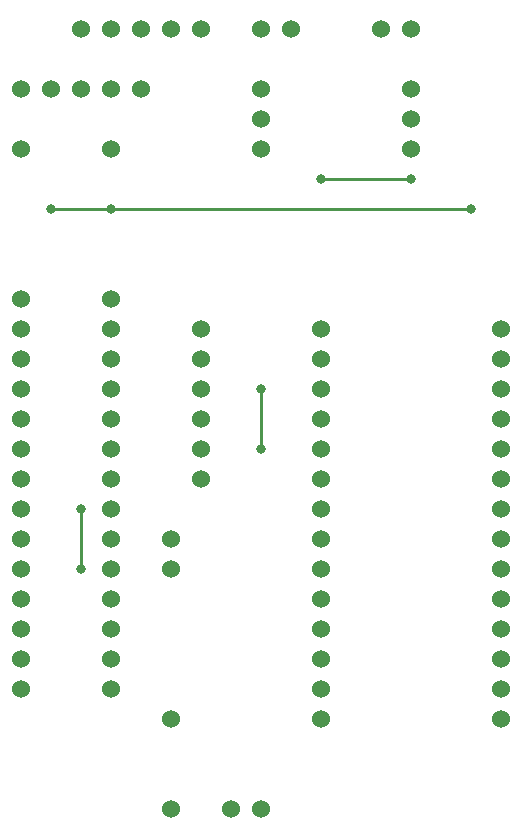
<source format=gbr>
%TF.GenerationSoftware,KiCad,Pcbnew,(5.1.6)-1*%
%TF.CreationDate,2020-07-27T10:52:52+09:00*%
%TF.ProjectId,gnss_logger,676e7373-5f6c-46f6-9767-65722e6b6963,rev?*%
%TF.SameCoordinates,Original*%
%TF.FileFunction,Copper,L1,Top*%
%TF.FilePolarity,Positive*%
%FSLAX46Y46*%
G04 Gerber Fmt 4.6, Leading zero omitted, Abs format (unit mm)*
G04 Created by KiCad (PCBNEW (5.1.6)-1) date 2020-07-27 10:52:52*
%MOMM*%
%LPD*%
G01*
G04 APERTURE LIST*
%TA.AperFunction,ComponentPad*%
%ADD10C,1.524000*%
%TD*%
%TA.AperFunction,ViaPad*%
%ADD11C,0.800000*%
%TD*%
%TA.AperFunction,Conductor*%
%ADD12C,0.250000*%
%TD*%
G04 APERTURE END LIST*
D10*
%TO.P,D1,1*%
%TO.N,Net-(D1-Pad1)*%
X134620000Y-142240000D03*
%TO.P,D1,2*%
%TO.N,+3V3*%
X137160000Y-142240000D03*
%TD*%
%TO.P,U1,28*%
%TO.N,Net-(J2-Pad4)*%
X124460000Y-99060000D03*
%TO.P,U1,27*%
%TO.N,Net-(J2-Pad5)*%
X124460000Y-101600000D03*
%TO.P,U1,26*%
%TO.N,Net-(Q1-Pad2)*%
X124460000Y-104140000D03*
%TO.P,U1,25*%
%TO.N,Net-(Q2-Pad2)*%
X124460000Y-106680000D03*
%TO.P,U1,24*%
%TO.N,Net-(U1-Pad24)*%
X124460000Y-109220000D03*
%TO.P,U1,23*%
%TO.N,Net-(U1-Pad23)*%
X124460000Y-111760000D03*
%TO.P,U1,22*%
%TO.N,Net-(U1-Pad22)*%
X124460000Y-114300000D03*
%TO.P,U1,21*%
%TO.N,Net-(U1-Pad21)*%
X124460000Y-116840000D03*
%TO.P,U1,20*%
%TO.N,+3V3*%
X124460000Y-119380000D03*
%TO.P,U1,19*%
%TO.N,GND*%
X124460000Y-121920000D03*
%TO.P,U1,18*%
%TO.N,Net-(J5-Pad10)*%
X124460000Y-124460000D03*
%TO.P,U1,17*%
%TO.N,Net-(J5-Pad3)*%
X124460000Y-127000000D03*
%TO.P,U1,16*%
%TO.N,Net-(U1-Pad16)*%
X124460000Y-129540000D03*
%TO.P,U1,15*%
%TO.N,Net-(U1-Pad15)*%
X124460000Y-132080000D03*
%TO.P,U1,14*%
%TO.N,Net-(U1-Pad14)*%
X116840000Y-132080000D03*
%TO.P,U1,13*%
%TO.N,Net-(U1-Pad13)*%
X116840000Y-129540000D03*
%TO.P,U1,12*%
%TO.N,Net-(U1-Pad12)*%
X116840000Y-127000000D03*
%TO.P,U1,11*%
%TO.N,Net-(R1-Pad2)*%
X116840000Y-124460000D03*
%TO.P,U1,10*%
%TO.N,Net-(U1-Pad10)*%
X116840000Y-121920000D03*
%TO.P,U1,9*%
%TO.N,Net-(U1-Pad9)*%
X116840000Y-119380000D03*
%TO.P,U1,8*%
%TO.N,Net-(U1-Pad8)*%
X116840000Y-116840000D03*
%TO.P,U1,7*%
%TO.N,Net-(U1-Pad7)*%
X116840000Y-114300000D03*
%TO.P,U1,6*%
%TO.N,Net-(U1-Pad6)*%
X116840000Y-111760000D03*
%TO.P,U1,5*%
%TO.N,Net-(U1-Pad5)*%
X116840000Y-109220000D03*
%TO.P,U1,4*%
%TO.N,Net-(U1-Pad4)*%
X116840000Y-106680000D03*
%TO.P,U1,3*%
%TO.N,Net-(U1-Pad3)*%
X116840000Y-104140000D03*
%TO.P,U1,2*%
%TO.N,Net-(U1-Pad2)*%
X116840000Y-101600000D03*
%TO.P,U1,1*%
%TO.N,Net-(J2-Pad1)*%
X116840000Y-99060000D03*
%TD*%
%TO.P,Q2,3*%
%TO.N,GND*%
X132080000Y-114300000D03*
%TO.P,Q2,2*%
%TO.N,Net-(Q2-Pad2)*%
X132080000Y-111760000D03*
%TO.P,Q2,1*%
%TO.N,Net-(J5-Pad1)*%
X132080000Y-109220000D03*
%TD*%
%TO.P,SW1,3*%
%TO.N,Net-(SW1-Pad3)*%
X137160000Y-86360000D03*
%TO.P,SW1,2*%
%TO.N,Net-(J3-Pad1)*%
X137160000Y-83820000D03*
%TO.P,SW1,1*%
%TO.N,Net-(F1-Pad1)*%
X137160000Y-81280000D03*
%TD*%
%TO.P,Q1,3*%
%TO.N,GND*%
X132080000Y-106680000D03*
%TO.P,Q1,2*%
%TO.N,Net-(Q1-Pad2)*%
X132080000Y-104140000D03*
%TO.P,Q1,1*%
%TO.N,Net-(J3-Pad2)*%
X132080000Y-101600000D03*
%TD*%
%TO.P,C1,1*%
%TO.N,GND*%
X129540000Y-121920000D03*
%TO.P,C1,2*%
%TO.N,+3V3*%
X129540000Y-119380000D03*
%TD*%
%TO.P,F1,1*%
%TO.N,Net-(F1-Pad1)*%
X137160000Y-76200000D03*
%TO.P,F1,2*%
%TO.N,Net-(F1-Pad2)*%
X139700000Y-76200000D03*
%TD*%
%TO.P,J2,5*%
%TO.N,Net-(J2-Pad5)*%
X127000000Y-81280000D03*
%TO.P,J2,4*%
%TO.N,Net-(J2-Pad4)*%
X124460000Y-81280000D03*
%TO.P,J2,3*%
%TO.N,GND*%
X121920000Y-81280000D03*
%TO.P,J2,2*%
%TO.N,+3V3*%
X119380000Y-81280000D03*
%TO.P,J2,1*%
%TO.N,Net-(J2-Pad1)*%
X116840000Y-81280000D03*
%TD*%
%TO.P,J3,1*%
%TO.N,Net-(J3-Pad1)*%
X132080000Y-76200000D03*
%TO.P,J3,2*%
%TO.N,Net-(J3-Pad2)*%
X129540000Y-76200000D03*
%TO.P,J3,3*%
%TO.N,Net-(J2-Pad5)*%
X127000000Y-76200000D03*
%TO.P,J3,4*%
%TO.N,Net-(J2-Pad4)*%
X124460000Y-76200000D03*
%TO.P,J3,5*%
%TO.N,Net-(J3-Pad5)*%
X121920000Y-76200000D03*
%TD*%
%TO.P,J4,2*%
%TO.N,GND*%
X149860000Y-76200000D03*
%TO.P,J4,1*%
%TO.N,Net-(F1-Pad2)*%
X147320000Y-76200000D03*
%TD*%
%TO.P,J5,1*%
%TO.N,Net-(J5-Pad1)*%
X142240000Y-101600000D03*
%TO.P,J5,2*%
%TO.N,Net-(J5-Pad2)*%
X142240000Y-104140000D03*
%TO.P,J5,3*%
%TO.N,Net-(J5-Pad3)*%
X142240000Y-106680000D03*
%TO.P,J5,4*%
%TO.N,Net-(J5-Pad4)*%
X142240000Y-109220000D03*
%TO.P,J5,5*%
%TO.N,Net-(J5-Pad5)*%
X142240000Y-111760000D03*
%TO.P,J5,6*%
%TO.N,Net-(J5-Pad6)*%
X142240000Y-114300000D03*
%TO.P,J5,7*%
%TO.N,Net-(J5-Pad7)*%
X142240000Y-116840000D03*
%TO.P,J5,8*%
%TO.N,Net-(J5-Pad8)*%
X142240000Y-119380000D03*
%TO.P,J5,9*%
%TO.N,Net-(J5-Pad9)*%
X142240000Y-121920000D03*
%TO.P,J5,10*%
%TO.N,Net-(J5-Pad10)*%
X142240000Y-124460000D03*
%TO.P,J5,11*%
%TO.N,Net-(J5-Pad11)*%
X142240000Y-127000000D03*
%TO.P,J5,12*%
%TO.N,Net-(J5-Pad12)*%
X142240000Y-129540000D03*
%TO.P,J5,13*%
%TO.N,Net-(J5-Pad13)*%
X142240000Y-132080000D03*
%TO.P,J5,14*%
%TO.N,Net-(J5-Pad14)*%
X142240000Y-134620000D03*
%TD*%
%TO.P,J6,1*%
%TO.N,Net-(J3-Pad1)*%
X149860000Y-86360000D03*
%TO.P,J6,2*%
%TO.N,+3V3*%
X149860000Y-83820000D03*
%TO.P,J6,3*%
%TO.N,GND*%
X149860000Y-81280000D03*
%TD*%
%TO.P,J7,14*%
%TO.N,+3V3*%
X157480000Y-101600000D03*
%TO.P,J7,13*%
%TO.N,Net-(J7-Pad13)*%
X157480000Y-104140000D03*
%TO.P,J7,12*%
%TO.N,Net-(J7-Pad12)*%
X157480000Y-106680000D03*
%TO.P,J7,11*%
%TO.N,+3V3*%
X157480000Y-109220000D03*
%TO.P,J7,10*%
X157480000Y-111760000D03*
%TO.P,J7,9*%
X157480000Y-114300000D03*
%TO.P,J7,8*%
X157480000Y-116840000D03*
%TO.P,J7,7*%
%TO.N,Net-(J7-Pad7)*%
X157480000Y-119380000D03*
%TO.P,J7,6*%
%TO.N,Net-(J7-Pad6)*%
X157480000Y-121920000D03*
%TO.P,J7,5*%
%TO.N,Net-(J7-Pad5)*%
X157480000Y-124460000D03*
%TO.P,J7,4*%
%TO.N,Net-(J7-Pad4)*%
X157480000Y-127000000D03*
%TO.P,J7,3*%
%TO.N,Net-(J7-Pad3)*%
X157480000Y-129540000D03*
%TO.P,J7,2*%
%TO.N,Net-(J7-Pad2)*%
X157480000Y-132080000D03*
%TO.P,J7,1*%
%TO.N,Net-(J7-Pad1)*%
X157480000Y-134620000D03*
%TD*%
%TO.P,R1,2*%
%TO.N,Net-(R1-Pad2)*%
X129540000Y-134620000D03*
%TO.P,R1,1*%
%TO.N,Net-(D1-Pad1)*%
X129540000Y-142240000D03*
%TD*%
%TO.P,R2,1*%
%TO.N,Net-(J2-Pad1)*%
X116840000Y-86360000D03*
%TO.P,R2,2*%
%TO.N,+3V3*%
X124460000Y-86360000D03*
%TD*%
D11*
%TO.N,GND*%
X121920000Y-121920000D03*
X121920000Y-116840000D03*
X121920000Y-81280000D03*
X137160000Y-111760000D03*
X137160000Y-106680000D03*
%TO.N,Net-(J5-Pad3)*%
X124460000Y-127000000D03*
%TO.N,Net-(J3-Pad1)*%
X142240000Y-88900000D03*
X149860000Y-88900000D03*
%TO.N,+3V3*%
X124460000Y-91440000D03*
X154940000Y-91440000D03*
X119380000Y-91440000D03*
%TD*%
D12*
%TO.N,GND*%
X121920000Y-121920000D02*
X121920000Y-116840000D01*
X137160000Y-111760000D02*
X137160000Y-106680000D01*
%TO.N,Net-(J3-Pad1)*%
X142240000Y-88900000D02*
X149860000Y-88900000D01*
%TO.N,+3V3*%
X124460000Y-91440000D02*
X154940000Y-91440000D01*
X124460000Y-91440000D02*
X119380000Y-91440000D01*
%TD*%
M02*

</source>
